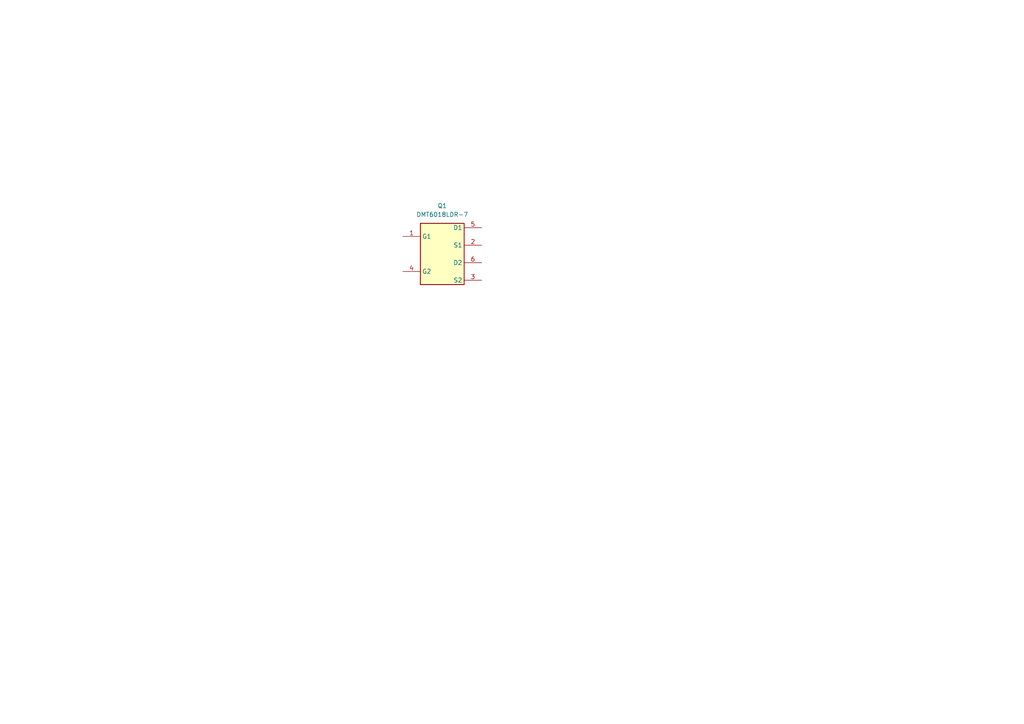
<source format=kicad_sch>
(kicad_sch (version 20250114) (generator "eeschema") (generator_version "9.0")
  (paper "A4")
  (lib_symbols
    (symbol "SamacSys_Parts:DMT6018LDR-7"
      (property "Reference" "Q" (at 5.08 11.43 0))
      (property "Value" "DMT6018LDR-7" (at 5.08 8.89 0))
      (symbol "DMT6018LDR-7_1_1"
        (rectangle (start 5.08 6.35) (end 17.78 -11.43) (stroke (width 0.254)) (fill (type background)))
        (pin passive line (at 0 2.54 0) (length 5.08) (name "G1") (number "1"))
        (pin passive line (at 0 -7.62 0) (length 5.08) (name "G2") (number "4"))
        (pin passive line (at 22.86 5.08 180) (length 5.08) (name "D1") (number "5"))
        (pin passive line (at 22.86 0 180) (length 5.08) (name "S1") (number "2"))
        (pin passive line (at 22.86 -5.08 180) (length 5.08) (name "D2") (number "6"))
        (pin passive line (at 22.86 -10.16 180) (length 5.08) (name "S2") (number "3"))
      )
    )
  )
  (symbol (lib_id "SamacSys_Parts:DMT6018LDR-7") (at 116.84 71.12 0) (unit 1)
    (property "Reference" "Q1" (at 128.27 59.69 0))
    (property "Value" "DMT6018LDR-7" (at 128.27 62.23 0))
    (property "Footprint" "DMT6018LDR7" (effects (hide yes)))
    (property "Datasheet" "https://www.diodes.com/assets/Datasheets/DMT6018LDR.pdf" (effects (hide yes)))
    (property "Description" "DIODES INC. - DMT6018LDR-7 - Dual MOSFET, N Channel, 60 V, 60 V, 8.8 A, 8.8 A, 0.013 ohm" (effects (hide yes)))
    (property "Height" "0.85" (effects (hide yes)))
    (property "Manufacturer_Name" "Diodes Incorporated" (effects (hide yes)))
    (property "Manufacturer_Part_Number" "DMT6018LDR-7" (effects (hide yes)))
    (property "Mouser Part Number" "621-DMT6018LDR-7" (effects (hide yes)))
    (property "Mouser Price/Stock" "https://www.mouser.co.uk/ProductDetail/Diodes-Incorporated/DMT6018LDR-7?qs=4EhzHfbM1GhfDx1FS0oSLQ%3D%3D" (effects (hide yes)))
    (property "Arrow Part Number" "DMT6018LDR-7" (effects (hide yes)))
    (property "Arrow Price/Stock" "https://www.arrow.com/en/products/dmt6018ldr-7/diodes-incorporated?utm_currency=USD&region=nac" (effects (hide yes)))
  )
)
</source>
